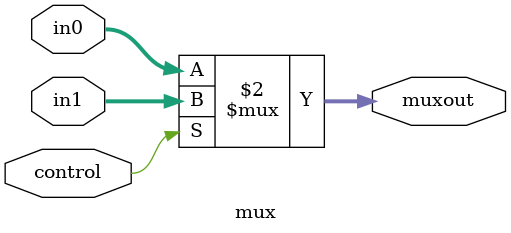
<source format=v>
`timescale 1ns / 1ps


module mux #(parameter width=32)(
    input [width-1:0] in0,
    input [width-1:0] in1,
    input control,
    output [width-1:0] muxout
    );
    
    assign #1 muxout = (control == 0) ? in0 : in1;
endmodule

</source>
